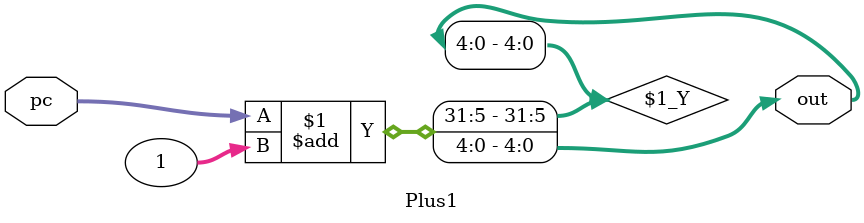
<source format=sv>
module Plus1 (
    input wire [4:0] pc,
    output [4:0] out        
);

assign out = pc+1;

endmodule

</source>
